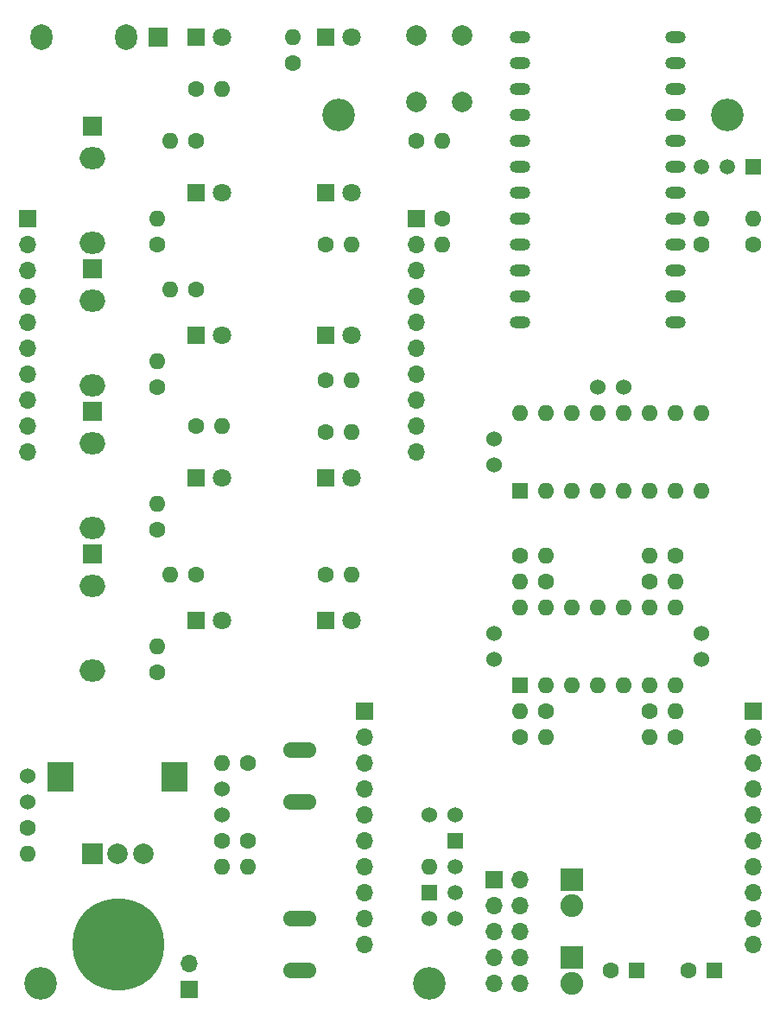
<source format=gts>
G04 #@! TF.GenerationSoftware,KiCad,Pcbnew,(5.1.8-0-10_14)*
G04 #@! TF.CreationDate,2023-03-10T16:16:57+09:00*
G04 #@! TF.ProjectId,ButtonSequencer,42757474-6f6e-4536-9571-75656e636572,rev?*
G04 #@! TF.SameCoordinates,Original*
G04 #@! TF.FileFunction,Soldermask,Top*
G04 #@! TF.FilePolarity,Negative*
%FSLAX46Y46*%
G04 Gerber Fmt 4.6, Leading zero omitted, Abs format (unit mm)*
G04 Created by KiCad (PCBNEW (5.1.8-0-10_14)) date 2023-03-10 16:16:57*
%MOMM*%
%LPD*%
G01*
G04 APERTURE LIST*
%ADD10C,3.200000*%
%ADD11C,9.000000*%
%ADD12R,1.800000X1.800000*%
%ADD13C,1.800000*%
%ADD14O,2.130000X2.500000*%
%ADD15R,1.830000X1.930000*%
%ADD16O,2.500000X2.130000*%
%ADD17R,1.930000X1.830000*%
%ADD18C,1.600000*%
%ADD19O,1.600000X1.600000*%
%ADD20R,2.500000X3.000000*%
%ADD21C,2.000000*%
%ADD22R,2.000000X2.000000*%
%ADD23O,1.700000X1.700000*%
%ADD24R,1.700000X1.700000*%
%ADD25C,1.524000*%
%ADD26O,3.300000X1.524000*%
%ADD27R,1.600000X1.600000*%
%ADD28O,2.000000X1.200000*%
%ADD29R,2.240000X2.240000*%
%ADD30O,2.240000X2.240000*%
%ADD31C,1.500000*%
%ADD32R,1.500000X1.500000*%
G04 APERTURE END LIST*
D10*
X67310000Y-158115000D03*
X96520000Y-73025000D03*
D11*
X74930000Y-154305000D03*
D12*
X82550000Y-65405000D03*
D13*
X85090000Y-65405000D03*
D12*
X95250000Y-65405000D03*
D13*
X97790000Y-65405000D03*
D12*
X95250000Y-122555000D03*
D13*
X97790000Y-122555000D03*
X97790000Y-108585000D03*
D12*
X95250000Y-108585000D03*
X95250000Y-94615000D03*
D13*
X97790000Y-94615000D03*
X97790000Y-80645000D03*
D12*
X95250000Y-80645000D03*
D13*
X85090000Y-80645000D03*
D12*
X82550000Y-80645000D03*
D13*
X85090000Y-94615000D03*
D12*
X82550000Y-94615000D03*
D13*
X85090000Y-108585000D03*
D12*
X82550000Y-108585000D03*
X82550000Y-122555000D03*
D13*
X85090000Y-122555000D03*
D14*
X75770000Y-65435000D03*
X67470000Y-65435000D03*
D15*
X78870000Y-65435000D03*
D16*
X72420000Y-77265000D03*
X72420000Y-85565000D03*
D17*
X72420000Y-74165000D03*
X72420000Y-88135000D03*
D16*
X72420000Y-99535000D03*
X72420000Y-91235000D03*
X72420000Y-105205000D03*
X72420000Y-113505000D03*
D17*
X72420000Y-102105000D03*
X72420000Y-116075000D03*
D16*
X72420000Y-127475000D03*
X72420000Y-119175000D03*
D18*
X87630000Y-144145000D03*
D19*
X87630000Y-146685000D03*
X85090000Y-136525000D03*
D18*
X87630000Y-136525000D03*
X82550000Y-70485000D03*
D19*
X85090000Y-70485000D03*
X85090000Y-146685000D03*
D18*
X85090000Y-144145000D03*
D19*
X66040000Y-145415000D03*
D18*
X66040000Y-142875000D03*
X92075000Y-67945000D03*
D19*
X92075000Y-65405000D03*
D18*
X95250000Y-118110000D03*
D19*
X97790000Y-118110000D03*
X97790000Y-104140000D03*
D18*
X95250000Y-104140000D03*
X95250000Y-99060000D03*
D19*
X97790000Y-99060000D03*
X97790000Y-85725000D03*
D18*
X95250000Y-85725000D03*
X82550000Y-75565000D03*
D19*
X80010000Y-75565000D03*
D18*
X82550000Y-90170000D03*
D19*
X80010000Y-90170000D03*
X85090000Y-103505000D03*
D18*
X82550000Y-103505000D03*
X82550000Y-118110000D03*
D19*
X80010000Y-118110000D03*
X78740000Y-83185000D03*
D18*
X78740000Y-85725000D03*
D19*
X78740000Y-97155000D03*
D18*
X78740000Y-99695000D03*
D19*
X78740000Y-111125000D03*
D18*
X78740000Y-113665000D03*
X78740000Y-127635000D03*
D19*
X78740000Y-125095000D03*
D20*
X80490000Y-137915000D03*
X69290000Y-137915000D03*
D21*
X77390000Y-145415000D03*
X74890000Y-145415000D03*
D22*
X72390000Y-145415000D03*
D23*
X81915000Y-156210000D03*
D24*
X81915000Y-158750000D03*
D25*
X85090000Y-139065000D03*
X85090000Y-141605000D03*
X66040000Y-140335000D03*
X66040000Y-137795000D03*
D23*
X66040000Y-106045000D03*
X66040000Y-103505000D03*
X66040000Y-100965000D03*
X66040000Y-98425000D03*
X66040000Y-95885000D03*
X66040000Y-93345000D03*
X66040000Y-90805000D03*
X66040000Y-88265000D03*
X66040000Y-85725000D03*
D24*
X66040000Y-83185000D03*
X99060000Y-131445000D03*
D23*
X99060000Y-133985000D03*
X99060000Y-136525000D03*
X99060000Y-139065000D03*
X99060000Y-141605000D03*
X99060000Y-144145000D03*
X99060000Y-146685000D03*
X99060000Y-149225000D03*
X99060000Y-151765000D03*
X99060000Y-154305000D03*
D26*
X92710000Y-151765000D03*
X92710000Y-156845000D03*
X92710000Y-140335000D03*
X92710000Y-135255000D03*
D27*
X114300000Y-128905000D03*
D19*
X129540000Y-121285000D03*
X116840000Y-128905000D03*
X127000000Y-121285000D03*
X119380000Y-128905000D03*
X124460000Y-121285000D03*
X121920000Y-128905000D03*
X121920000Y-121285000D03*
X124460000Y-128905000D03*
X119380000Y-121285000D03*
X127000000Y-128905000D03*
X116840000Y-121285000D03*
X129540000Y-128905000D03*
X114300000Y-121285000D03*
D10*
X134620000Y-73025000D03*
X105410000Y-158115000D03*
D27*
X133350000Y-156845000D03*
D18*
X130850000Y-156845000D03*
X123230000Y-156845000D03*
D27*
X125730000Y-156845000D03*
D18*
X106680000Y-83185000D03*
D19*
X106680000Y-85725000D03*
X132080000Y-83185000D03*
D18*
X132080000Y-85725000D03*
X137160000Y-85725000D03*
D19*
X137160000Y-83185000D03*
X106680000Y-75565000D03*
D18*
X104140000Y-75565000D03*
X129540000Y-133985000D03*
D19*
X127000000Y-133985000D03*
D18*
X129540000Y-116205000D03*
D19*
X127000000Y-116205000D03*
D18*
X114300000Y-116205000D03*
D19*
X116840000Y-116205000D03*
D18*
X114300000Y-133985000D03*
D19*
X116840000Y-133985000D03*
X129540000Y-131445000D03*
D18*
X127000000Y-131445000D03*
D19*
X129540000Y-118745000D03*
D18*
X127000000Y-118745000D03*
D19*
X114300000Y-118745000D03*
D18*
X116840000Y-118745000D03*
D19*
X114300000Y-131445000D03*
D18*
X116840000Y-131445000D03*
D21*
X108640000Y-71755000D03*
X104140000Y-71755000D03*
X108640000Y-65255000D03*
X104140000Y-65255000D03*
D28*
X129540000Y-65405000D03*
X114300000Y-65405000D03*
X129540000Y-67945000D03*
X114300000Y-67945000D03*
X129540000Y-70485000D03*
X114300000Y-70485000D03*
X129540000Y-73025000D03*
X114300000Y-73025000D03*
X129540000Y-75565000D03*
X114300000Y-75565000D03*
X129540000Y-78105000D03*
X114300000Y-78105000D03*
X129540000Y-80645000D03*
X114300000Y-80645000D03*
X129540000Y-83185000D03*
X114300000Y-83185000D03*
X129540000Y-85725000D03*
X114300000Y-85725000D03*
X129540000Y-88265000D03*
X114300000Y-88265000D03*
X129540000Y-90805000D03*
X114300000Y-90805000D03*
X129540000Y-93345000D03*
X114300000Y-93345000D03*
D27*
X114300000Y-109855000D03*
D19*
X132080000Y-102235000D03*
X116840000Y-109855000D03*
X129540000Y-102235000D03*
X119380000Y-109855000D03*
X127000000Y-102235000D03*
X121920000Y-109855000D03*
X124460000Y-102235000D03*
X124460000Y-109855000D03*
X121920000Y-102235000D03*
X127000000Y-109855000D03*
X119380000Y-102235000D03*
X129540000Y-109855000D03*
X116840000Y-102235000D03*
X132080000Y-109855000D03*
X114300000Y-102235000D03*
D25*
X111760000Y-126365000D03*
X111760000Y-123825000D03*
X121920000Y-99695000D03*
X124460000Y-99695000D03*
X111760000Y-107315000D03*
X111760000Y-104775000D03*
X105410000Y-151765000D03*
X107950000Y-151765000D03*
X107950000Y-141605000D03*
X105410000Y-141605000D03*
D29*
X119380000Y-147955000D03*
D30*
X119380000Y-150495000D03*
X119380000Y-158115000D03*
D29*
X119380000Y-155575000D03*
D24*
X111760000Y-147955000D03*
D23*
X114300000Y-147955000D03*
X111760000Y-150495000D03*
X114300000Y-150495000D03*
X111760000Y-153035000D03*
X114300000Y-153035000D03*
X111760000Y-155575000D03*
X114300000Y-155575000D03*
X111760000Y-158115000D03*
X114300000Y-158115000D03*
X104140000Y-106045000D03*
X104140000Y-103505000D03*
X104140000Y-100965000D03*
X104140000Y-98425000D03*
X104140000Y-95885000D03*
X104140000Y-93345000D03*
X104140000Y-90805000D03*
X104140000Y-88265000D03*
X104140000Y-85725000D03*
D24*
X104140000Y-83185000D03*
X137160000Y-131445000D03*
D23*
X137160000Y-133985000D03*
X137160000Y-136525000D03*
X137160000Y-139065000D03*
X137160000Y-141605000D03*
X137160000Y-144145000D03*
X137160000Y-146685000D03*
X137160000Y-149225000D03*
X137160000Y-151765000D03*
X137160000Y-154305000D03*
D31*
X107950000Y-146685000D03*
X107950000Y-149225000D03*
D32*
X107950000Y-144145000D03*
D31*
X134620000Y-78105000D03*
X132080000Y-78105000D03*
D32*
X137160000Y-78105000D03*
D27*
X105410000Y-149225000D03*
D19*
X105410000Y-146685000D03*
D25*
X132080000Y-126365000D03*
X132080000Y-123825000D03*
M02*

</source>
